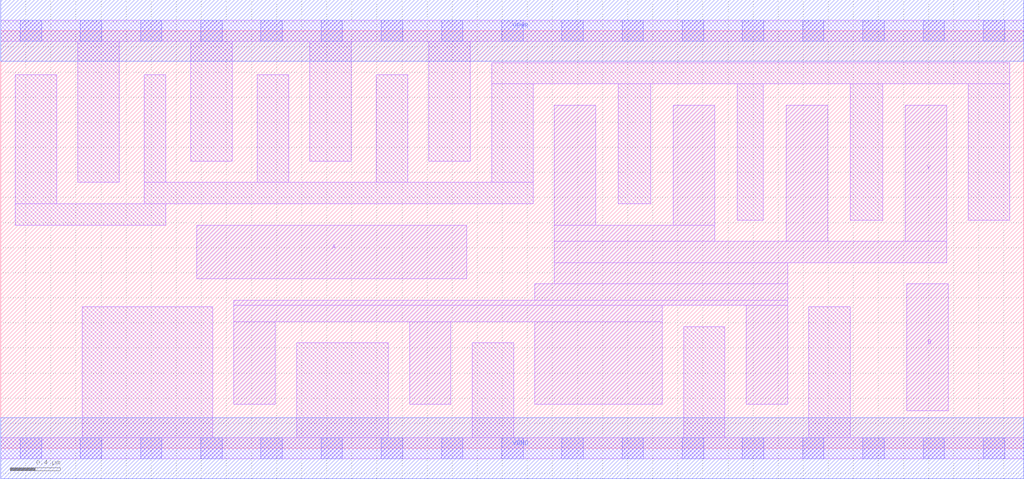
<source format=lef>
# Copyright 2020 The SkyWater PDK Authors
#
# Licensed under the Apache License, Version 2.0 (the "License");
# you may not use this file except in compliance with the License.
# You may obtain a copy of the License at
#
#     https://www.apache.org/licenses/LICENSE-2.0
#
# Unless required by applicable law or agreed to in writing, software
# distributed under the License is distributed on an "AS IS" BASIS,
# WITHOUT WARRANTIES OR CONDITIONS OF ANY KIND, either express or implied.
# See the License for the specific language governing permissions and
# limitations under the License.
#
# SPDX-License-Identifier: Apache-2.0

VERSION 5.7 ;
  NAMESCASESENSITIVE ON ;
  NOWIREEXTENSIONATPIN ON ;
  DIVIDERCHAR "/" ;
  BUSBITCHARS "[]" ;
UNITS
  DATABASE MICRONS 200 ;
END UNITS
MACRO sky130_fd_sc_ms__nor2_8
  CLASS CORE ;
  SOURCE USER ;
  FOREIGN sky130_fd_sc_ms__nor2_8 ;
  ORIGIN  0.000000  0.000000 ;
  SIZE  8.160000 BY  3.330000 ;
  SYMMETRY X Y ;
  SITE unit ;
  PIN A
    ANTENNAGATEAREA  2.056800 ;
    DIRECTION INPUT ;
    USE SIGNAL ;
    PORT
      LAYER li1 ;
        RECT 1.565000 1.350000 3.715000 1.780000 ;
    END
  END A
  PIN B
    ANTENNAGATEAREA  2.056800 ;
    DIRECTION INPUT ;
    USE SIGNAL ;
    PORT
      LAYER li1 ;
        RECT 7.225000 0.300000 7.555000 1.310000 ;
    END
  END B
  PIN Y
    ANTENNADIFFAREA  2.704900 ;
    DIRECTION OUTPUT ;
    USE SIGNAL ;
    PORT
      LAYER li1 ;
        RECT 1.860000 0.350000 2.190000 1.010000 ;
        RECT 1.860000 1.010000 5.275000 1.140000 ;
        RECT 1.860000 1.140000 6.275000 1.180000 ;
        RECT 3.260000 0.350000 3.590000 1.010000 ;
        RECT 4.260000 0.350000 5.275000 1.010000 ;
        RECT 4.260000 1.180000 6.275000 1.310000 ;
        RECT 4.415000 1.310000 6.275000 1.480000 ;
        RECT 4.415000 1.480000 7.545000 1.650000 ;
        RECT 4.415000 1.650000 5.695000 1.780000 ;
        RECT 4.415000 1.780000 4.745000 2.735000 ;
        RECT 5.365000 1.780000 5.695000 2.735000 ;
        RECT 5.945000 0.350000 6.275000 1.140000 ;
        RECT 6.265000 1.650000 6.595000 2.735000 ;
        RECT 7.215000 1.650000 7.545000 2.735000 ;
    END
  END Y
  PIN VGND
    DIRECTION INOUT ;
    USE GROUND ;
    PORT
      LAYER met1 ;
        RECT 0.000000 -0.245000 8.160000 0.245000 ;
    END
  END VGND
  PIN VPWR
    DIRECTION INOUT ;
    USE POWER ;
    PORT
      LAYER met1 ;
        RECT 0.000000 3.085000 8.160000 3.575000 ;
    END
  END VPWR
  OBS
    LAYER li1 ;
      RECT 0.000000 -0.085000 8.160000 0.085000 ;
      RECT 0.000000  3.245000 8.160000 3.415000 ;
      RECT 0.115000  1.780000 1.315000 1.950000 ;
      RECT 0.115000  1.950000 0.445000 2.980000 ;
      RECT 0.615000  2.120000 0.945000 3.245000 ;
      RECT 0.650000  0.085000 1.690000 1.130000 ;
      RECT 1.145000  1.950000 4.245000 2.120000 ;
      RECT 1.145000  2.120000 1.315000 2.980000 ;
      RECT 1.515000  2.290000 1.845000 3.245000 ;
      RECT 2.045000  2.120000 2.295000 2.980000 ;
      RECT 2.360000  0.085000 3.090000 0.840000 ;
      RECT 2.465000  2.290000 2.795000 3.245000 ;
      RECT 2.995000  2.120000 3.245000 2.980000 ;
      RECT 3.415000  2.290000 3.745000 3.245000 ;
      RECT 3.760000  0.085000 4.090000 0.840000 ;
      RECT 3.915000  2.120000 4.245000 2.905000 ;
      RECT 3.915000  2.905000 8.045000 3.075000 ;
      RECT 4.925000  1.950000 5.185000 2.905000 ;
      RECT 5.445000  0.085000 5.775000 0.970000 ;
      RECT 5.875000  1.820000 6.080000 2.905000 ;
      RECT 6.445000  0.085000 6.775000 1.130000 ;
      RECT 6.775000  1.820000 7.035000 2.905000 ;
      RECT 7.715000  1.820000 8.045000 2.905000 ;
    LAYER mcon ;
      RECT 0.155000 -0.085000 0.325000 0.085000 ;
      RECT 0.155000  3.245000 0.325000 3.415000 ;
      RECT 0.635000 -0.085000 0.805000 0.085000 ;
      RECT 0.635000  3.245000 0.805000 3.415000 ;
      RECT 1.115000 -0.085000 1.285000 0.085000 ;
      RECT 1.115000  3.245000 1.285000 3.415000 ;
      RECT 1.595000 -0.085000 1.765000 0.085000 ;
      RECT 1.595000  3.245000 1.765000 3.415000 ;
      RECT 2.075000 -0.085000 2.245000 0.085000 ;
      RECT 2.075000  3.245000 2.245000 3.415000 ;
      RECT 2.555000 -0.085000 2.725000 0.085000 ;
      RECT 2.555000  3.245000 2.725000 3.415000 ;
      RECT 3.035000 -0.085000 3.205000 0.085000 ;
      RECT 3.035000  3.245000 3.205000 3.415000 ;
      RECT 3.515000 -0.085000 3.685000 0.085000 ;
      RECT 3.515000  3.245000 3.685000 3.415000 ;
      RECT 3.995000 -0.085000 4.165000 0.085000 ;
      RECT 3.995000  3.245000 4.165000 3.415000 ;
      RECT 4.475000 -0.085000 4.645000 0.085000 ;
      RECT 4.475000  3.245000 4.645000 3.415000 ;
      RECT 4.955000 -0.085000 5.125000 0.085000 ;
      RECT 4.955000  3.245000 5.125000 3.415000 ;
      RECT 5.435000 -0.085000 5.605000 0.085000 ;
      RECT 5.435000  3.245000 5.605000 3.415000 ;
      RECT 5.915000 -0.085000 6.085000 0.085000 ;
      RECT 5.915000  3.245000 6.085000 3.415000 ;
      RECT 6.395000 -0.085000 6.565000 0.085000 ;
      RECT 6.395000  3.245000 6.565000 3.415000 ;
      RECT 6.875000 -0.085000 7.045000 0.085000 ;
      RECT 6.875000  3.245000 7.045000 3.415000 ;
      RECT 7.355000 -0.085000 7.525000 0.085000 ;
      RECT 7.355000  3.245000 7.525000 3.415000 ;
      RECT 7.835000 -0.085000 8.005000 0.085000 ;
      RECT 7.835000  3.245000 8.005000 3.415000 ;
  END
END sky130_fd_sc_ms__nor2_8
END LIBRARY

</source>
